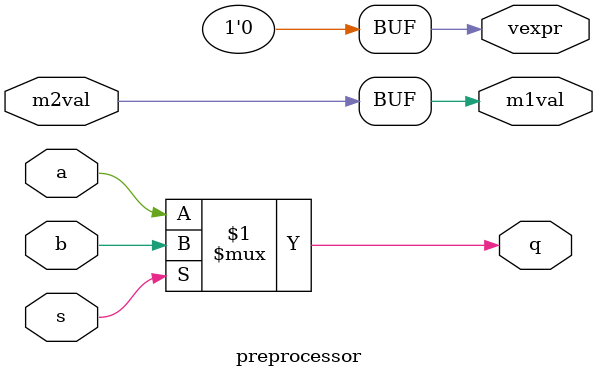
<source format=v>





/* Should not be expanded:
 * MACRO2
 */

/* Should not be evaluated:

   @perl_begin
       vprint "test\n";
   @perl_end
 */

//|@Module;
module preprocessor (
      a
    , b
    , m1val
    , m2val
    , q
    , s
    , vexpr
);

//|@Ports;
input  a;
input  b;
output  m1val;
input  m2val;
output  q;
input  s;
output  vexpr;

assign q = s ? b : a;

  assign m1val = m2val;

assign vexpr = 4;

/*

$VAR1 = bless( {
                 'output_scalar' => bless( {
                                             'lsb' => undef,
                                             'msb' => undef,
                                             'name' => 'output_scalar',
                                             'dir' => 2
                                           }, 'VP3::Port' ),
                 'output_vector' => bless( {
                                             'lsb' => '0',
                                             'msb' => '9',
                                             'name' => 'output_vector',
                                             'dir' => 2
                                           }, 'VP3::Port' ),
                 '!location' => 'ports.v:1',
                 'input_scalar' => bless( {
                                            'lsb' => undef,
                                            'msb' => undef,
                                            'name' => 'input_scalar',
                                            'dir' => 1
                                          }, 'VP3::Port' ),
                 '!list' => [
                              $VAR1->{'input_scalar'},
                              bless( {
                                       'lsb' => '0',
                                       'msb' => '9',
                                       'name' => 'input_vector',
                                       'dir' => 1
                                     }, 'VP3::Port' ),
                              $VAR1->{'output_scalar'},
                              $VAR1->{'output_vector'}
                            ],
                 'input_vector' => $VAR1->{'!list'}[1]
               }, 'VP3::Ports' );

*/

endmodule

</source>
